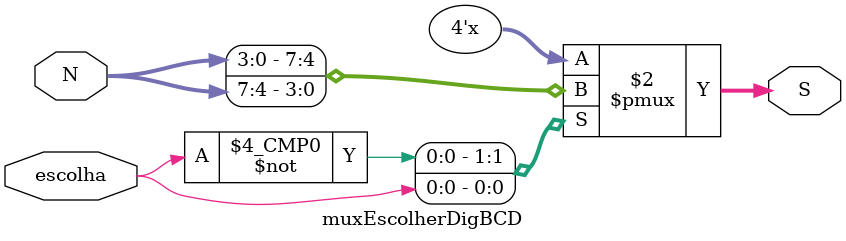
<source format=v>
module muxEscolherDigBCD(N, escolha, S);
	input [7:0] N;
	input escolha;
	output reg [3:0] S;

	always @* begin
		case (escolha)
			1'b0 : begin 
				S = N[3:0];
			end
			1'b1 : begin 
				S = N[7:4];
			end
		endcase 
	end
	

endmodule 
</source>
